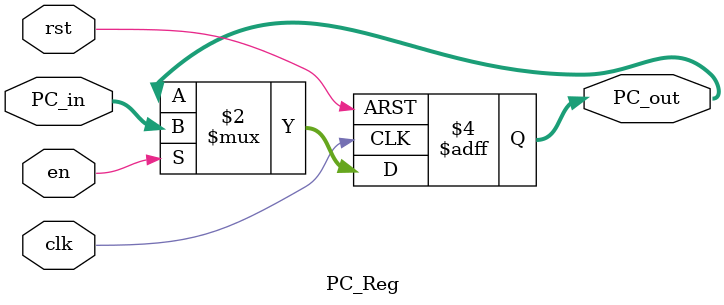
<source format=v>
module PC_Reg(input clk, rst, en, input[31:0] PC_in, output reg[31:0] PC_out);

    always @(posedge clk, posedge rst) begin
        if (rst) PC_out <= 32'd0;
        else begin
            if (en) PC_out <= PC_in;
        end
    end

endmodule


</source>
